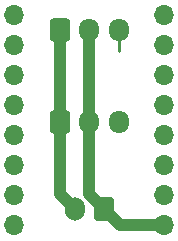
<source format=gbr>
%TF.GenerationSoftware,KiCad,Pcbnew,(6.0.0)*%
%TF.CreationDate,2022-12-15T21:07:09-05:00*%
%TF.ProjectId,Stepstick_Pixel,53746570-7374-4696-936b-5f506978656c,rev?*%
%TF.SameCoordinates,Original*%
%TF.FileFunction,Copper,L1,Top*%
%TF.FilePolarity,Positive*%
%FSLAX46Y46*%
G04 Gerber Fmt 4.6, Leading zero omitted, Abs format (unit mm)*
G04 Created by KiCad (PCBNEW (6.0.0)) date 2022-12-15 21:07:09*
%MOMM*%
%LPD*%
G01*
G04 APERTURE LIST*
G04 Aperture macros list*
%AMRoundRect*
0 Rectangle with rounded corners*
0 $1 Rounding radius*
0 $2 $3 $4 $5 $6 $7 $8 $9 X,Y pos of 4 corners*
0 Add a 4 corners polygon primitive as box body*
4,1,4,$2,$3,$4,$5,$6,$7,$8,$9,$2,$3,0*
0 Add four circle primitives for the rounded corners*
1,1,$1+$1,$2,$3*
1,1,$1+$1,$4,$5*
1,1,$1+$1,$6,$7*
1,1,$1+$1,$8,$9*
0 Add four rect primitives between the rounded corners*
20,1,$1+$1,$2,$3,$4,$5,0*
20,1,$1+$1,$4,$5,$6,$7,0*
20,1,$1+$1,$6,$7,$8,$9,0*
20,1,$1+$1,$8,$9,$2,$3,0*%
G04 Aperture macros list end*
%TA.AperFunction,ComponentPad*%
%ADD10RoundRect,0.250000X-0.600000X-0.725000X0.600000X-0.725000X0.600000X0.725000X-0.600000X0.725000X0*%
%TD*%
%TA.AperFunction,ComponentPad*%
%ADD11O,1.700000X1.950000*%
%TD*%
%TA.AperFunction,ComponentPad*%
%ADD12O,1.700000X1.700000*%
%TD*%
%TA.AperFunction,ComponentPad*%
%ADD13RoundRect,0.250000X0.600000X0.750000X-0.600000X0.750000X-0.600000X-0.750000X0.600000X-0.750000X0*%
%TD*%
%TA.AperFunction,ComponentPad*%
%ADD14O,1.700000X2.000000*%
%TD*%
%TA.AperFunction,Conductor*%
%ADD15C,1.000000*%
%TD*%
%TA.AperFunction,Conductor*%
%ADD16C,0.250000*%
%TD*%
G04 APERTURE END LIST*
D10*
%TO.P,J4,1,Pin_1*%
%TO.N,VCC*%
X130850000Y-80120000D03*
D11*
%TO.P,J4,2,Pin_2*%
%TO.N,GND*%
X133350000Y-80120000D03*
%TO.P,J4,3,Pin_3*%
%TO.N,/Data2*%
X135850000Y-80120000D03*
%TD*%
D12*
%TO.P,U3,1,~{Enable}*%
%TO.N,/~{Enable}*%
X127000000Y-71120000D03*
%TO.P,U3,2,MS1*%
%TO.N,/MS1*%
X127000000Y-73660000D03*
%TO.P,U3,3,MS2*%
%TO.N,/MS2*%
X127000000Y-76200000D03*
%TO.P,U3,4,MS3*%
%TO.N,/MS3*%
X127000000Y-78740000D03*
%TO.P,U3,5,~{Reset}*%
%TO.N,/~{RESET}*%
X127000000Y-81280000D03*
%TO.P,U3,6,~{Sleep}*%
%TO.N,/~{SLEEP}*%
X127000000Y-83820000D03*
%TO.P,U3,7,Step*%
%TO.N,/STEP*%
X127000000Y-86360000D03*
%TO.P,U3,8,Dir*%
%TO.N,/DIR*%
X127000000Y-88900000D03*
%TO.P,U3,9,Gnd*%
%TO.N,GND*%
X139700000Y-88900000D03*
%TO.P,U3,10,VDD*%
%TO.N,/VDD*%
X139700000Y-86360000D03*
%TO.P,U3,11,1B*%
%TO.N,/1B*%
X139700000Y-83820000D03*
%TO.P,U3,12,1A*%
%TO.N,/1A*%
X139700000Y-81280000D03*
%TO.P,U3,13,2A*%
%TO.N,/2A*%
X139700000Y-78740000D03*
%TO.P,U3,14,2B*%
%TO.N,/2B*%
X139700000Y-76200000D03*
%TO.P,U3,15,Mot_Gnd*%
%TO.N,/MOT_GND*%
X139700000Y-73660000D03*
%TO.P,U3,16,Vmot*%
%TO.N,/VMOT*%
X139700000Y-71120000D03*
%TD*%
D13*
%TO.P,J5,1,Pin_1*%
%TO.N,GND*%
X134600000Y-87520000D03*
D14*
%TO.P,J5,2,Pin_2*%
%TO.N,VCC*%
X132100000Y-87520000D03*
%TD*%
D10*
%TO.P,J3,1,Pin_1*%
%TO.N,VCC*%
X130850000Y-72373000D03*
D11*
%TO.P,J3,2,Pin_2*%
%TO.N,GND*%
X133350000Y-72373000D03*
%TO.P,J3,3,Pin_3*%
%TO.N,/Data1*%
X135850000Y-72373000D03*
%TD*%
D15*
%TO.N,GND*%
X133350000Y-86270000D02*
X134600000Y-87520000D01*
X133350000Y-80120000D02*
X133350000Y-72373000D01*
X133350000Y-86270000D02*
X133350000Y-80120000D01*
X134600000Y-87520000D02*
X135980000Y-88900000D01*
X135980000Y-88900000D02*
X139700000Y-88900000D01*
%TO.N,VCC*%
X132100000Y-87520000D02*
X130850000Y-86270000D01*
X130850000Y-86270000D02*
X130850000Y-72373000D01*
D16*
%TO.N,/Data1*%
X135850000Y-74128000D02*
X135850000Y-72373000D01*
%TD*%
M02*

</source>
